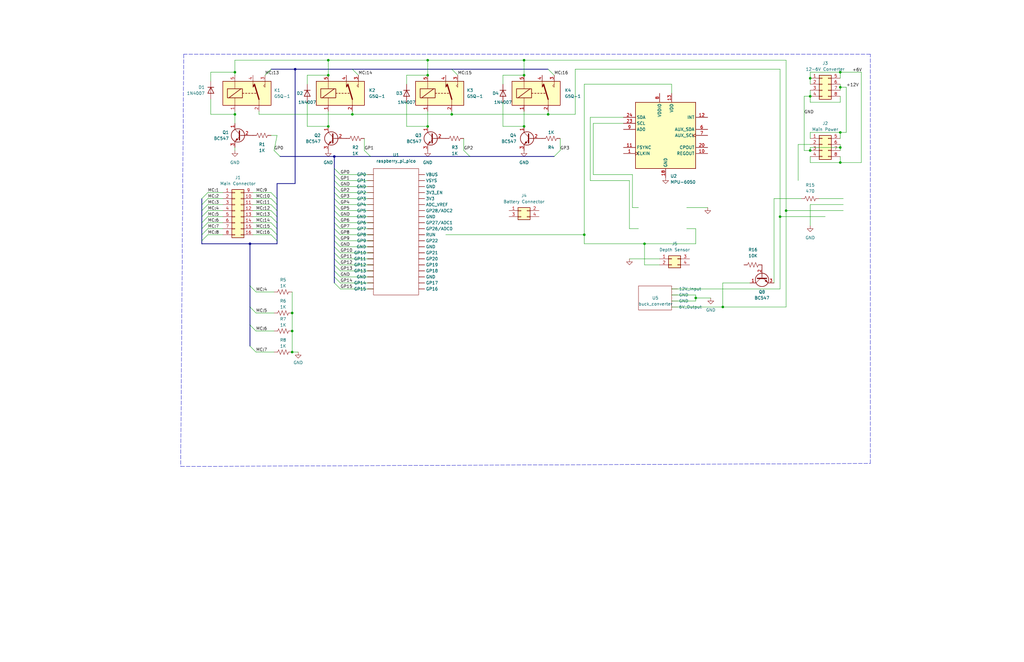
<source format=kicad_sch>
(kicad_sch (version 20211123) (generator eeschema)
  (paper "B")
  (lib_symbols
    (symbol "Connector_Generic:Conn_02x02_Odd_Even" (pin_names (offset 1.016) hide)
      (property "Reference" "J" (at 1.27 2.54 0))
      (property "Value" "Conn_02x02_Odd_Even" (at 1.27 -5.08 0))
      (symbol "Conn_02x02_Odd_Even_1_1"
        (rectangle (start -1.27 -2.413) (end 0 -2.667) (stroke (width 0.1524)))
        (rectangle (start -1.27 0.127) (end 0 -0.127) (stroke (width 0.1524)))
        (rectangle (start -1.27 1.27) (end 3.81 -3.81) (stroke (width 0.254)) (fill (type background)))
        (rectangle (start 3.81 -2.413) (end 2.54 -2.667) (stroke (width 0.1524)))
        (rectangle (start 3.81 0.127) (end 2.54 -0.127) (stroke (width 0.1524)))
        (pin passive line (at -5.08 0 0) (length 3.81) (name "Pin_1") (number "1"))
        (pin passive line (at 7.62 0 180) (length 3.81) (name "Pin_2") (number "2"))
        (pin passive line (at -5.08 -2.54 0) (length 3.81) (name "Pin_3") (number "3"))
        (pin passive line (at 7.62 -2.54 180) (length 3.81) (name "Pin_4") (number "4"))
      )
    )
    (symbol "Connector_Generic:Conn_02x02_Top_Bottom" (pin_names (offset 1.016) hide)
      (property "Reference" "J" (at 1.27 2.54 0))
      (property "Value" "Conn_02x02_Top_Bottom" (at 1.27 -5.08 0))
      (symbol "Conn_02x02_Top_Bottom_1_1"
        (rectangle (start -1.27 -2.413) (end 0 -2.667) (stroke (width 0.1524)))
        (rectangle (start -1.27 0.127) (end 0 -0.127) (stroke (width 0.1524)))
        (rectangle (start -1.27 1.27) (end 3.81 -3.81) (stroke (width 0.254)) (fill (type background)))
        (rectangle (start 3.81 -2.413) (end 2.54 -2.667) (stroke (width 0.1524)))
        (rectangle (start 3.81 0.127) (end 2.54 -0.127) (stroke (width 0.1524)))
        (pin passive line (at -5.08 0 0) (length 3.81) (name "Pin_1") (number "1"))
        (pin passive line (at -5.08 -2.54 0) (length 3.81) (name "Pin_2") (number "2"))
        (pin passive line (at 7.62 0 180) (length 3.81) (name "Pin_3") (number "3"))
        (pin passive line (at 7.62 -2.54 180) (length 3.81) (name "Pin_4") (number "4"))
      )
    )
    (symbol "Connector_Generic:Conn_02x04_Top_Bottom" (pin_names (offset 1.016) hide)
      (property "Reference" "J" (at 1.27 5.08 0))
      (property "Value" "Conn_02x04_Top_Bottom" (at 1.27 -7.62 0))
      (symbol "Conn_02x04_Top_Bottom_1_1"
        (rectangle (start -1.27 -4.953) (end 0 -5.207) (stroke (width 0.1524)))
        (rectangle (start -1.27 -2.413) (end 0 -2.667) (stroke (width 0.1524)))
        (rectangle (start -1.27 0.127) (end 0 -0.127) (stroke (width 0.1524)))
        (rectangle (start -1.27 2.667) (end 0 2.413) (stroke (width 0.1524)))
        (rectangle (start -1.27 3.81) (end 3.81 -6.35) (stroke (width 0.254)) (fill (type background)))
        (rectangle (start 3.81 -4.953) (end 2.54 -5.207) (stroke (width 0.1524)))
        (rectangle (start 3.81 -2.413) (end 2.54 -2.667) (stroke (width 0.1524)))
        (rectangle (start 3.81 0.127) (end 2.54 -0.127) (stroke (width 0.1524)))
        (rectangle (start 3.81 2.667) (end 2.54 2.413) (stroke (width 0.1524)))
        (pin passive line (at -5.08 2.54 0) (length 3.81) (name "Pin_1") (number "1"))
        (pin passive line (at -5.08 0 0) (length 3.81) (name "Pin_2") (number "2"))
        (pin passive line (at -5.08 -2.54 0) (length 3.81) (name "Pin_3") (number "3"))
        (pin passive line (at -5.08 -5.08 0) (length 3.81) (name "Pin_4") (number "4"))
        (pin passive line (at 7.62 2.54 180) (length 3.81) (name "Pin_5") (number "5"))
        (pin passive line (at 7.62 0 180) (length 3.81) (name "Pin_6") (number "6"))
        (pin passive line (at 7.62 -2.54 180) (length 3.81) (name "Pin_7") (number "7"))
        (pin passive line (at 7.62 -5.08 180) (length 3.81) (name "Pin_8") (number "8"))
      )
    )
    (symbol "Connector_Generic:Conn_02x08_Top_Bottom" (pin_names (offset 1.016) hide)
      (property "Reference" "J" (at 1.27 10.16 0))
      (property "Value" "Conn_02x08_Top_Bottom" (at 1.27 -12.7 0))
      (symbol "Conn_02x08_Top_Bottom_1_1"
        (rectangle (start -1.27 -10.033) (end 0 -10.287) (stroke (width 0.1524)))
        (rectangle (start -1.27 -7.493) (end 0 -7.747) (stroke (width 0.1524)))
        (rectangle (start -1.27 -4.953) (end 0 -5.207) (stroke (width 0.1524)))
        (rectangle (start -1.27 -2.413) (end 0 -2.667) (stroke (width 0.1524)))
        (rectangle (start -1.27 0.127) (end 0 -0.127) (stroke (width 0.1524)))
        (rectangle (start -1.27 2.667) (end 0 2.413) (stroke (width 0.1524)))
        (rectangle (start -1.27 5.207) (end 0 4.953) (stroke (width 0.1524)))
        (rectangle (start -1.27 7.747) (end 0 7.493) (stroke (width 0.1524)))
        (rectangle (start -1.27 8.89) (end 3.81 -11.43) (stroke (width 0.254)) (fill (type background)))
        (rectangle (start 3.81 -10.033) (end 2.54 -10.287) (stroke (width 0.1524)))
        (rectangle (start 3.81 -7.493) (end 2.54 -7.747) (stroke (width 0.1524)))
        (rectangle (start 3.81 -4.953) (end 2.54 -5.207) (stroke (width 0.1524)))
        (rectangle (start 3.81 -2.413) (end 2.54 -2.667) (stroke (width 0.1524)))
        (rectangle (start 3.81 0.127) (end 2.54 -0.127) (stroke (width 0.1524)))
        (rectangle (start 3.81 2.667) (end 2.54 2.413) (stroke (width 0.1524)))
        (rectangle (start 3.81 5.207) (end 2.54 4.953) (stroke (width 0.1524)))
        (rectangle (start 3.81 7.747) (end 2.54 7.493) (stroke (width 0.1524)))
        (pin passive line (at -5.08 7.62 0) (length 3.81) (name "Pin_1") (number "1"))
        (pin passive line (at 7.62 5.08 180) (length 3.81) (name "Pin_10") (number "10"))
        (pin passive line (at 7.62 2.54 180) (length 3.81) (name "Pin_11") (number "11"))
        (pin passive line (at 7.62 0 180) (length 3.81) (name "Pin_12") (number "12"))
        (pin passive line (at 7.62 -2.54 180) (length 3.81) (name "Pin_13") (number "13"))
        (pin passive line (at 7.62 -5.08 180) (length 3.81) (name "Pin_14") (number "14"))
        (pin passive line (at 7.62 -7.62 180) (length 3.81) (name "Pin_15") (number "15"))
        (pin passive line (at 7.62 -10.16 180) (length 3.81) (name "Pin_16") (number "16"))
        (pin passive line (at -5.08 5.08 0) (length 3.81) (name "Pin_2") (number "2"))
        (pin passive line (at -5.08 2.54 0) (length 3.81) (name "Pin_3") (number "3"))
        (pin passive line (at -5.08 0 0) (length 3.81) (name "Pin_4") (number "4"))
        (pin passive line (at -5.08 -2.54 0) (length 3.81) (name "Pin_5") (number "5"))
        (pin passive line (at -5.08 -5.08 0) (length 3.81) (name "Pin_6") (number "6"))
        (pin passive line (at -5.08 -7.62 0) (length 3.81) (name "Pin_7") (number "7"))
        (pin passive line (at -5.08 -10.16 0) (length 3.81) (name "Pin_8") (number "8"))
        (pin passive line (at 7.62 7.62 180) (length 3.81) (name "Pin_9") (number "9"))
      )
    )
    (symbol "Device:D" (pin_numbers hide) (pin_names (offset 1.016) hide)
      (property "Reference" "D" (at 0 2.54 0))
      (property "Value" "D" (at 0 -2.54 0))
      (symbol "D_0_1"
        (polyline (pts (xy -1.27 1.27) (xy -1.27 -1.27)) (stroke (width 0.254)))
        (polyline (pts (xy 1.27 0) (xy -1.27 0)))
        (polyline (pts (xy 1.27 1.27) (xy 1.27 -1.27) (xy -1.27 0) (xy 1.27 1.27)) (stroke (width 0.254)))
      )
      (symbol "D_1_1"
        (pin passive line (at -3.81 0 0) (length 2.54) (name "K") (number "1"))
        (pin passive line (at 3.81 0 180) (length 2.54) (name "A") (number "2"))
      )
    )
    (symbol "Device:R_US" (pin_numbers hide) (pin_names (offset 0))
      (property "Reference" "R" (at 2.54 0 90))
      (property "Value" "R_US" (at -2.54 0 90))
      (symbol "R_US_0_1"
        (polyline (pts (xy 0 -2.286) (xy 0 -2.54)))
        (polyline (pts (xy 0 2.286) (xy 0 2.54)))
        (polyline (pts (xy 0 -0.762) (xy 1.016 -1.143) (xy 0 -1.524) (xy -1.016 -1.905) (xy 0 -2.286)))
        (polyline (pts (xy 0 0.762) (xy 1.016 0.381) (xy 0 0) (xy -1.016 -0.381) (xy 0 -0.762)))
        (polyline (pts (xy 0 2.286) (xy 1.016 1.905) (xy 0 1.524) (xy -1.016 1.143) (xy 0 0.762)))
      )
      (symbol "R_US_1_1"
        (pin passive line (at 0 3.81 270) (length 1.27) (name "~") (number "1"))
        (pin passive line (at 0 -3.81 90) (length 1.27) (name "~") (number "2"))
      )
    )
    (symbol "Relay:G5Q-1"
      (property "Reference" "K" (at 11.43 3.81 0))
      (property "Value" "G5Q-1" (at 11.43 1.27 0))
      (symbol "G5Q-1_0_0"
        (polyline (pts (xy 7.62 5.08) (xy 7.62 2.54) (xy 6.985 3.175) (xy 7.62 3.81)))
      )
      (symbol "G5Q-1_0_1"
        (rectangle (start -10.16 5.08) (end 10.16 -5.08) (stroke (width 0.254)) (fill (type background)))
        (rectangle (start -8.255 1.905) (end -1.905 -1.905) (stroke (width 0.254)))
        (polyline (pts (xy -7.62 -1.905) (xy -2.54 1.905)) (stroke (width 0.254)))
        (polyline (pts (xy -5.08 -5.08) (xy -5.08 -1.905)))
        (polyline (pts (xy -5.08 5.08) (xy -5.08 1.905)))
        (polyline (pts (xy -1.905 0) (xy -1.27 0)) (stroke (width 0.254)))
        (polyline (pts (xy -0.635 0) (xy 0 0)) (stroke (width 0.254)))
        (polyline (pts (xy 0.635 0) (xy 1.27 0)) (stroke (width 0.254)))
        (polyline (pts (xy 1.905 0) (xy 2.54 0)) (stroke (width 0.254)))
        (polyline (pts (xy 3.175 0) (xy 3.81 0)) (stroke (width 0.254)))
        (polyline (pts (xy 5.08 -2.54) (xy 3.175 3.81)) (stroke (width 0.508)))
        (polyline (pts (xy 5.08 -2.54) (xy 5.08 -5.08)))
        (polyline (pts (xy 2.54 5.08) (xy 2.54 2.54) (xy 3.175 3.175) (xy 2.54 3.81)) (fill (type outline)))
      )
      (symbol "G5Q-1_1_1"
        (pin passive line (at -5.08 -7.62 90) (length 2.54) (name "~") (number "1"))
        (pin passive line (at 5.08 -7.62 90) (length 2.54) (name "~") (number "2"))
        (pin passive line (at 7.62 7.62 270) (length 2.54) (name "~") (number "3"))
        (pin passive line (at 2.54 7.62 270) (length 2.54) (name "~") (number "4"))
        (pin passive line (at -5.08 7.62 270) (length 2.54) (name "~") (number "5"))
      )
    )
    (symbol "Sensor_Motion:MPU-6050"
      (property "Reference" "U" (at -11.43 13.97 0))
      (property "Value" "MPU-6050" (at 7.62 -15.24 0))
      (symbol "MPU-6050_0_0"
        (text "" (at 12.7 -2.54 0) (effects (font (size 1.27 1.27))))
      )
      (symbol "MPU-6050_0_1"
        (rectangle (start -12.7 13.97) (end 12.7 -13.97) (stroke (width 0.254)) (fill (type background)))
      )
      (symbol "MPU-6050_1_1"
        (pin input clock (at -17.78 -7.62 0) (length 5.08) (name "CLKIN") (number "1"))
        (pin passive line (at 17.78 -7.62 180) (length 5.08) (name "REGOUT") (number "10"))
        (pin input line (at -17.78 -5.08 0) (length 5.08) (name "FSYNC") (number "11"))
        (pin output line (at 17.78 7.62 180) (length 5.08) (name "INT") (number "12"))
        (pin power_in line (at 2.54 17.78 270) (length 3.81) (name "VDD") (number "13"))
        (pin no_connect line (at -12.7 -10.16 0) (length 2.54) hide (name "NC") (number "14"))
        (pin no_connect line (at 12.7 12.7 180) (length 2.54) hide (name "NC") (number "15"))
        (pin no_connect line (at 12.7 10.16 180) (length 2.54) hide (name "NC") (number "16"))
        (pin no_connect line (at 12.7 5.08 180) (length 2.54) hide (name "NC") (number "17"))
        (pin power_in line (at 0 -17.78 90) (length 3.81) (name "GND") (number "18"))
        (pin no_connect line (at 12.7 -10.16 180) (length 2.54) hide (name "NC") (number "19"))
        (pin no_connect line (at -12.7 12.7 0) (length 2.54) hide (name "NC") (number "2"))
        (pin passive line (at 17.78 -5.08 180) (length 5.08) (name "CPOUT") (number "20"))
        (pin no_connect line (at 12.7 -2.54 180) (length 2.54) hide (name "NC") (number "21"))
        (pin no_connect line (at 12.7 -12.7 180) (length 2.54) hide (name "NC") (number "22"))
        (pin input line (at -17.78 5.08 0) (length 5.08) (name "SCL") (number "23"))
        (pin bidirectional line (at -17.78 7.62 0) (length 5.08) (name "SDA") (number "24"))
        (pin no_connect line (at -12.7 10.16 0) (length 2.54) hide (name "NC") (number "3"))
        (pin no_connect line (at -12.7 0 0) (length 2.54) hide (name "NC") (number "4"))
        (pin no_connect line (at -12.7 -2.54 0) (length 2.54) hide (name "NC") (number "5"))
        (pin bidirectional line (at 17.78 2.54 180) (length 5.08) (name "AUX_SDA") (number "6"))
        (pin output clock (at 17.78 0 180) (length 5.08) (name "AUX_SCL") (number "7"))
        (pin power_in line (at -2.54 17.78 270) (length 3.81) (name "VDDIO") (number "8"))
        (pin input line (at -17.78 2.54 0) (length 5.08) (name "AD0") (number "9"))
      )
    )
    (symbol "Transistor_BJT:BC547" (pin_names (offset 0) hide)
      (property "Reference" "Q" (at 5.08 1.905 0))
      (property "Value" "BC547" (at 5.08 0 0))
      (symbol "BC547_0_1"
        (polyline (pts (xy 0 0) (xy 0.635 0)))
        (polyline (pts (xy 0.635 0.635) (xy 2.54 2.54)))
        (polyline (pts (xy 0.635 -0.635) (xy 2.54 -2.54) (xy 2.54 -2.54)))
        (polyline (pts (xy 0.635 1.905) (xy 0.635 -1.905) (xy 0.635 -1.905)) (stroke (width 0.508)))
        (polyline (pts (xy 1.27 -1.778) (xy 1.778 -1.27) (xy 2.286 -2.286) (xy 1.27 -1.778) (xy 1.27 -1.778)) (fill (type outline)))
        (circle (center 1.27 0) (radius 2.8194) (stroke (width 0.254)))
      )
      (symbol "BC547_1_1"
        (pin passive line (at 2.54 5.08 270) (length 2.54) (name "C") (number "1"))
        (pin input line (at -5.08 0 0) (length 5.08) (name "B") (number "2"))
        (pin passive line (at 2.54 -5.08 90) (length 2.54) (name "E") (number "3"))
      )
    )
    (symbol "custom_parts:buck_converter"
      (property "Reference" "U" (at 0 0 0))
      (property "Value" "buck_converter" (at 0 0 0))
      (symbol "buck_converter_0_1"
        (rectangle (start -6.35 5.08) (end 7.62 -5.08))
      )
      (symbol "buck_converter_1_1"
        (pin input line (at -6.35 3.81 180) (length 2.54) (name "12V_Input") (number ""))
        (pin output line (at -6.35 -3.81 180) (length 2.54) (name "6V_Output") (number ""))
        (pin bidirectional line (at -6.35 -1.27 180) (length 2.54) (name "GND") (number ""))
        (pin bidirectional line (at -6.35 1.27 180) (length 2.54) (name "GND") (number ""))
      )
    )
    (symbol "custom_parts:raspberry_pi_pico" (pin_numbers hide)
      (property "Reference" "U1" (at -3.175 20.955 0))
      (property "Value" "raspberry_pi_pico" (at -3.175 18.415 0))
      (symbol "raspberry_pi_pico_0_1"
        (rectangle (start -12.7 15.24) (end 6.35 -38.1))
      )
      (symbol "raspberry_pi_pico_1_1"
        (pin bidirectional line (at -12.7 12.7 180) (length 2.54) (name "GP0") (number "1"))
        (pin bidirectional line (at -12.7 -10.16 180) (length 2.54) (name "GP7") (number "10"))
        (pin bidirectional line (at -12.7 -12.7 180) (length 2.54) (name "GP8") (number "11"))
        (pin bidirectional line (at -12.7 -15.24 180) (length 2.54) (name "GP9") (number "12"))
        (pin bidirectional line (at -12.7 -17.78 180) (length 2.54) (name "GND") (number "13"))
        (pin bidirectional line (at -12.7 -20.32 180) (length 2.54) (name "GP10") (number "14"))
        (pin bidirectional line (at -12.7 -22.86 180) (length 2.54) (name "GP11") (number "15"))
        (pin bidirectional line (at -12.7 -25.4 180) (length 2.54) (name "GP12") (number "16"))
        (pin bidirectional line (at -12.7 -27.94 180) (length 2.54) (name "GP13") (number "17"))
        (pin bidirectional line (at -12.7 -30.48 180) (length 2.54) (name "GND") (number "18"))
        (pin bidirectional line (at -12.7 -33.02 180) (length 2.54) (name "GP14") (number "19"))
        (pin bidirectional line (at -12.7 10.16 180) (length 2.54) (name "GP1") (number "2"))
        (pin bidirectional line (at -12.7 -35.56 180) (length 2.54) (name "GP15") (number "20"))
        (pin bidirectional line (at 6.35 -35.56 0) (length 2.54) (name "GP16") (number "21"))
        (pin bidirectional line (at 6.35 -33.02 0) (length 2.54) (name "GP17") (number "22"))
        (pin bidirectional line (at 6.35 -30.48 0) (length 2.54) (name "GND") (number "23"))
        (pin bidirectional line (at 6.35 -27.94 0) (length 2.54) (name "GP18") (number "24"))
        (pin bidirectional line (at 6.35 -25.4 0) (length 2.54) (name "GP19") (number "25"))
        (pin bidirectional line (at 6.35 -22.86 0) (length 2.54) (name "GP20") (number "26"))
        (pin bidirectional line (at 6.35 -20.32 0) (length 2.54) (name "GP21") (number "27"))
        (pin bidirectional line (at 6.35 -17.78 0) (length 2.54) (name "GND") (number "28"))
        (pin bidirectional line (at 6.35 -15.24 0) (length 2.54) (name "GP22") (number "29"))
        (pin bidirectional line (at -12.7 7.62 180) (length 2.54) (name "GND") (number "3"))
        (pin bidirectional line (at 6.35 -12.7 0) (length 2.54) (name "RUN") (number "30"))
        (pin bidirectional line (at 6.35 -10.16 0) (length 2.54) (name "GP26/ADC0") (number "31"))
        (pin bidirectional line (at 6.35 -7.62 0) (length 2.54) (name "GP27/ADC1") (number "32"))
        (pin bidirectional line (at 6.35 -5.08 0) (length 2.54) (name "GND") (number "33"))
        (pin bidirectional line (at 6.35 -2.54 0) (length 2.54) (name "GP28/ADC2") (number "34"))
        (pin output line (at 6.35 0 0) (length 2.54) (name "ADC_VREF") (number "35"))
        (pin output line (at 6.35 2.54 0) (length 2.54) (name "3V3") (number "36"))
        (pin bidirectional line (at 6.35 5.08 0) (length 2.54) (name "3V3_EN") (number "37"))
        (pin bidirectional line (at 6.35 7.62 0) (length 2.54) (name "GND") (number "38"))
        (pin bidirectional line (at 6.35 10.16 0) (length 2.54) (name "VSYS") (number "39"))
        (pin bidirectional line (at -12.7 5.08 180) (length 2.54) (name "GP2") (number "4"))
        (pin bidirectional line (at 6.35 12.7 0) (length 2.54) (name "VBUS") (number "40"))
        (pin bidirectional line (at -12.7 2.54 180) (length 2.54) (name "GP3") (number "5"))
        (pin bidirectional line (at -12.7 0 180) (length 2.54) (name "GP4") (number "6"))
        (pin bidirectional line (at -12.7 -2.54 180) (length 2.54) (name "GP5") (number "7"))
        (pin bidirectional line (at -12.7 -5.08 180) (length 2.54) (name "GND") (number "8"))
        (pin bidirectional line (at -12.7 -7.62 180) (length 2.54) (name "GP6") (number "9"))
      )
    )
    (symbol "power:GND" (power) (pin_names (offset 0))
      (property "Value" "GND" (at 0 -3.81 0))
      (symbol "GND_0_1"
        (polyline (pts (xy 0 0) (xy 0 -1.27) (xy 1.27 -1.27) (xy 0 -2.54) (xy -1.27 -1.27) (xy 0 -1.27)))
      )
      (symbol "GND_1_1"
        (pin power_in line (at 0 0 270) (length 0) hide (name "GND") (number "1"))
      )
    )
  )
  (junction (at 331.47 88.9))
  (junction (at 354.33 36.83))
  (junction (at 140.97 66.04))
  (junction (at 231.14 48.26))
  (junction (at 220.98 53.34))
  (junction (at 341.63 33.02))
  (junction (at 123.19 139.7))
  (junction (at 354.33 30.48))
  (junction (at 124.46 29.21))
  (junction (at 220.98 25.4))
  (junction (at 99.06 30.48))
  (junction (at 138.43 31.75))
  (junction (at 271.78 102.87))
  (junction (at 220.98 31.75))
  (junction (at 99.06 48.26))
  (junction (at 138.43 25.4))
  (junction (at 304.8 129.54))
  (junction (at 354.33 68.58))
  (junction (at 180.34 53.34))
  (junction (at 180.34 25.4))
  (junction (at 190.5 48.26))
  (junction (at 123.19 132.08))
  (junction (at 148.59 48.26))
  (junction (at 246.38 99.06))
  (junction (at 341.63 63.5))
  (junction (at 354.33 62.23))
  (junction (at 341.63 40.64))
  (junction (at 123.19 148.59))
  (junction (at 138.43 53.34))
  (junction (at 105.41 102.87))
  (junction (at 328.93 91.44))
  (junction (at 354.33 55.88))
  (junction (at 293.37 125.73))
  (junction (at 180.34 31.75))
  (bus_entry (at 195.58 63.5) (size 2.54 2.54))
  (bus_entry (at 114.3 99.06) (size 2.54 2.54))
  (bus_entry (at 140.97 104.14) (size 2.54 2.54))
  (bus_entry (at 85.09 96.52) (size 2.54 -2.54))
  (bus_entry (at 236.22 63.5) (size -2.54 2.54))
  (bus_entry (at 140.97 96.52) (size 2.54 2.54))
  (bus_entry (at 140.97 114.3) (size 2.54 2.54))
  (bus_entry (at 114.3 29.21) (size -2.54 2.54))
  (bus_entry (at 114.3 93.98) (size 2.54 2.54))
  (bus_entry (at 114.3 91.44) (size 2.54 2.54))
  (bus_entry (at 105.41 146.05) (size 2.54 2.54))
  (bus_entry (at 140.97 81.28) (size 2.54 2.54))
  (bus_entry (at 85.09 99.06) (size 2.54 -2.54))
  (bus_entry (at 114.3 96.52) (size 2.54 2.54))
  (bus_entry (at 85.09 88.9) (size 2.54 -2.54))
  (bus_entry (at 140.97 93.98) (size 2.54 2.54))
  (bus_entry (at 140.97 88.9) (size 2.54 2.54))
  (bus_entry (at 140.97 73.66) (size 2.54 2.54))
  (bus_entry (at 140.97 106.68) (size 2.54 2.54))
  (bus_entry (at 140.97 83.82) (size 2.54 2.54))
  (bus_entry (at 85.09 86.36) (size 2.54 -2.54))
  (bus_entry (at 105.41 129.54) (size 2.54 2.54))
  (bus_entry (at 114.3 81.28) (size 2.54 2.54))
  (bus_entry (at 148.59 29.21) (size 2.54 2.54))
  (bus_entry (at 140.97 76.2) (size 2.54 2.54))
  (bus_entry (at 85.09 101.6) (size 2.54 -2.54))
  (bus_entry (at 114.3 83.82) (size 2.54 2.54))
  (bus_entry (at 85.09 83.82) (size 2.54 -2.54))
  (bus_entry (at 140.97 99.06) (size 2.54 2.54))
  (bus_entry (at 153.67 63.5) (size 2.54 2.54))
  (bus_entry (at 140.97 86.36) (size 2.54 2.54))
  (bus_entry (at 85.09 93.98) (size 2.54 -2.54))
  (bus_entry (at 105.41 120.65) (size 2.54 2.54))
  (bus_entry (at 115.57 63.5) (size 2.54 2.54))
  (bus_entry (at 140.97 109.22) (size 2.54 2.54))
  (bus_entry (at 140.97 71.12) (size 2.54 2.54))
  (bus_entry (at 114.3 88.9) (size 2.54 2.54))
  (bus_entry (at 105.41 137.16) (size 2.54 2.54))
  (bus_entry (at 140.97 101.6) (size 2.54 2.54))
  (bus_entry (at 114.3 86.36) (size 2.54 2.54))
  (bus_entry (at 85.09 91.44) (size 2.54 -2.54))
  (bus_entry (at 140.97 78.74) (size 2.54 2.54))
  (bus_entry (at 140.97 91.44) (size 2.54 2.54))
  (bus_entry (at 231.14 29.21) (size 2.54 2.54))
  (bus_entry (at 140.97 116.84) (size 2.54 2.54))
  (bus_entry (at 140.97 111.76) (size 2.54 2.54))
  (bus_entry (at 190.5 29.21) (size 2.54 2.54))
  (bus_entry (at 140.97 119.38) (size 2.54 2.54))
  (wire (pts (xy 354.33 36.83) (xy 354.33 38.1)))
  (wire (pts (xy 143.51 96.52) (xy 157.48 96.52)))
  (wire (pts (xy 355.6 86.36) (xy 341.63 86.36)))
  (wire (pts (xy 123.19 148.59) (xy 125.73 148.59)))
  (wire (pts (xy 220.98 31.75) (xy 212.09 31.75)))
  (wire (pts (xy 289.56 87.63) (xy 298.45 87.63)))
  (wire (pts (xy 248.92 76.2) (xy 248.92 49.53)))
  (wire (pts (xy 99.06 46.99) (xy 99.06 48.26)))
  (wire (pts (xy 341.63 33.02) (xy 341.63 35.56)))
  (wire (pts (xy 341.63 68.58) (xy 354.33 68.58)))
  (wire (pts (xy 354.33 30.48) (xy 363.22 30.48)))
  (wire (pts (xy 143.51 93.98) (xy 157.48 93.98)))
  (bus (pts (xy 140.97 71.12) (xy 140.97 73.66)))
  (wire (pts (xy 271.78 111.76) (xy 278.13 111.76)))
  (wire (pts (xy 356.87 55.88) (xy 354.33 55.88)))
  (wire (pts (xy 129.54 31.75) (xy 129.54 35.56)))
  (bus (pts (xy 116.84 101.6) (xy 116.84 102.87)))
  (bus (pts (xy 85.09 91.44) (xy 85.09 93.98)))
  (wire (pts (xy 143.51 104.14) (xy 157.48 104.14)))
  (wire (pts (xy 143.51 114.3) (xy 157.48 114.3)))
  (bus (pts (xy 124.46 29.21) (xy 124.46 77.47)))
  (wire (pts (xy 106.68 91.44) (xy 114.3 91.44)))
  (bus (pts (xy 85.09 99.06) (xy 85.09 101.6)))
  (wire (pts (xy 190.5 48.26) (xy 190.5 46.99)))
  (wire (pts (xy 341.63 33.02) (xy 341.63 30.48)))
  (wire (pts (xy 220.98 25.4) (xy 220.98 31.75)))
  (bus (pts (xy 116.84 77.47) (xy 116.84 83.82)))
  (wire (pts (xy 266.7 87.63) (xy 269.24 87.63)))
  (wire (pts (xy 354.33 68.58) (xy 363.22 68.58)))
  (wire (pts (xy 88.9 48.26) (xy 99.06 48.26)))
  (wire (pts (xy 316.23 119.38) (xy 304.8 119.38)))
  (bus (pts (xy 116.84 86.36) (xy 116.84 88.9)))
  (bus (pts (xy 140.97 83.82) (xy 140.97 86.36)))
  (wire (pts (xy 341.63 63.5) (xy 339.09 63.5)))
  (bus (pts (xy 140.97 104.14) (xy 140.97 106.68)))
  (bus (pts (xy 140.97 101.6) (xy 140.97 104.14)))
  (wire (pts (xy 106.68 83.82) (xy 114.3 83.82)))
  (wire (pts (xy 341.63 30.48) (xy 354.33 30.48)))
  (wire (pts (xy 107.95 148.59) (xy 115.57 148.59)))
  (bus (pts (xy 116.84 88.9) (xy 116.84 91.44)))
  (bus (pts (xy 85.09 96.52) (xy 85.09 99.06)))
  (wire (pts (xy 107.95 139.7) (xy 115.57 139.7)))
  (wire (pts (xy 354.33 62.23) (xy 341.63 62.23)))
  (wire (pts (xy 143.51 81.28) (xy 157.48 81.28)))
  (wire (pts (xy 283.21 35.56) (xy 283.21 39.37)))
  (wire (pts (xy 143.51 109.22) (xy 157.48 109.22)))
  (wire (pts (xy 123.19 132.08) (xy 123.19 139.7)))
  (wire (pts (xy 271.78 102.87) (xy 271.78 111.76)))
  (wire (pts (xy 339.09 63.5) (xy 339.09 40.64)))
  (wire (pts (xy 87.63 83.82) (xy 93.98 83.82)))
  (wire (pts (xy 148.59 48.26) (xy 148.59 46.99)))
  (wire (pts (xy 99.06 25.4) (xy 99.06 30.48)))
  (wire (pts (xy 87.63 91.44) (xy 93.98 91.44)))
  (polyline (pts (xy 367.03 22.86) (xy 77.47 22.86)))
  (bus (pts (xy 116.84 91.44) (xy 116.84 93.98)))
  (bus (pts (xy 85.09 83.82) (xy 85.09 86.36)))
  (wire (pts (xy 180.34 53.34) (xy 180.34 46.99)))
  (wire (pts (xy 143.51 78.74) (xy 157.48 78.74)))
  (wire (pts (xy 129.54 43.18) (xy 129.54 53.34)))
  (wire (pts (xy 236.22 58.42) (xy 236.22 63.5)))
  (wire (pts (xy 195.58 58.42) (xy 195.58 63.5)))
  (wire (pts (xy 341.63 62.23) (xy 341.63 63.5)))
  (wire (pts (xy 220.98 53.34) (xy 220.98 46.99)))
  (bus (pts (xy 124.46 29.21) (xy 148.59 29.21)))
  (wire (pts (xy 326.39 119.38) (xy 326.39 83.82)))
  (wire (pts (xy 231.14 48.26) (xy 242.57 48.26)))
  (bus (pts (xy 105.41 129.54) (xy 105.41 137.16)))
  (wire (pts (xy 212.09 43.18) (xy 212.09 53.34)))
  (wire (pts (xy 363.22 30.48) (xy 363.22 68.58)))
  (wire (pts (xy 354.33 30.48) (xy 354.33 33.02)))
  (wire (pts (xy 354.33 43.18) (xy 354.33 40.64)))
  (wire (pts (xy 246.38 35.56) (xy 283.21 35.56)))
  (bus (pts (xy 118.11 66.04) (xy 140.97 66.04)))
  (bus (pts (xy 140.97 114.3) (xy 140.97 116.84)))
  (wire (pts (xy 231.14 48.26) (xy 231.14 46.99)))
  (wire (pts (xy 328.93 91.44) (xy 328.93 121.92)))
  (bus (pts (xy 114.3 29.21) (xy 124.46 29.21)))
  (bus (pts (xy 140.97 86.36) (xy 140.97 88.9)))
  (wire (pts (xy 293.37 96.52) (xy 293.37 102.87)))
  (bus (pts (xy 140.97 96.52) (xy 140.97 99.06)))
  (wire (pts (xy 88.9 41.91) (xy 88.9 48.26)))
  (wire (pts (xy 341.63 58.42) (xy 341.63 55.88)))
  (wire (pts (xy 354.33 60.96) (xy 354.33 62.23)))
  (wire (pts (xy 187.96 99.06) (xy 246.38 99.06)))
  (wire (pts (xy 143.51 116.84) (xy 157.48 116.84)))
  (wire (pts (xy 266.7 73.66) (xy 266.7 87.63)))
  (wire (pts (xy 143.51 111.76) (xy 157.48 111.76)))
  (wire (pts (xy 106.68 93.98) (xy 114.3 93.98)))
  (bus (pts (xy 140.97 66.04) (xy 140.97 71.12)))
  (wire (pts (xy 246.38 102.87) (xy 246.38 99.06)))
  (wire (pts (xy 289.56 96.52) (xy 293.37 96.52)))
  (wire (pts (xy 212.09 53.34) (xy 220.98 53.34)))
  (wire (pts (xy 138.43 25.4) (xy 138.43 31.75)))
  (wire (pts (xy 336.55 60.96) (xy 336.55 76.2)))
  (wire (pts (xy 87.63 93.98) (xy 93.98 93.98)))
  (wire (pts (xy 106.68 99.06) (xy 114.3 99.06)))
  (wire (pts (xy 283.21 121.92) (xy 328.93 121.92)))
  (wire (pts (xy 143.51 106.68) (xy 157.48 106.68)))
  (bus (pts (xy 140.97 116.84) (xy 140.97 119.38)))
  (wire (pts (xy 341.63 40.64) (xy 341.63 43.18)))
  (wire (pts (xy 106.68 96.52) (xy 114.3 96.52)))
  (wire (pts (xy 250.19 52.07) (xy 262.89 52.07)))
  (wire (pts (xy 123.19 123.19) (xy 123.19 132.08)))
  (bus (pts (xy 85.09 88.9) (xy 85.09 91.44)))
  (wire (pts (xy 143.51 76.2) (xy 157.48 76.2)))
  (wire (pts (xy 87.63 99.06) (xy 93.98 99.06)))
  (wire (pts (xy 212.09 31.75) (xy 212.09 35.56)))
  (wire (pts (xy 331.47 25.4) (xy 331.47 88.9)))
  (bus (pts (xy 105.41 102.87) (xy 105.41 120.65)))
  (wire (pts (xy 326.39 83.82) (xy 337.82 83.82)))
  (wire (pts (xy 293.37 124.46) (xy 293.37 125.73)))
  (wire (pts (xy 341.63 43.18) (xy 354.33 43.18)))
  (wire (pts (xy 143.51 83.82) (xy 157.48 83.82)))
  (wire (pts (xy 143.51 91.44) (xy 157.48 91.44)))
  (wire (pts (xy 99.06 25.4) (xy 138.43 25.4)))
  (wire (pts (xy 153.67 58.42) (xy 153.67 63.5)))
  (wire (pts (xy 293.37 102.87) (xy 271.78 102.87)))
  (bus (pts (xy 124.46 77.47) (xy 116.84 77.47)))
  (wire (pts (xy 250.19 73.66) (xy 266.7 73.66)))
  (wire (pts (xy 304.8 119.38) (xy 304.8 129.54)))
  (wire (pts (xy 220.98 25.4) (xy 331.47 25.4)))
  (wire (pts (xy 328.93 29.21) (xy 328.93 91.44)))
  (wire (pts (xy 129.54 53.34) (xy 138.43 53.34)))
  (wire (pts (xy 88.9 34.29) (xy 88.9 30.48)))
  (bus (pts (xy 140.97 99.06) (xy 140.97 101.6)))
  (wire (pts (xy 143.51 86.36) (xy 157.48 86.36)))
  (wire (pts (xy 106.68 88.9) (xy 114.3 88.9)))
  (bus (pts (xy 140.97 66.04) (xy 156.21 66.04)))
  (bus (pts (xy 140.97 78.74) (xy 140.97 81.28)))
  (wire (pts (xy 356.87 36.83) (xy 356.87 55.88)))
  (wire (pts (xy 99.06 30.48) (xy 99.06 31.75)))
  (bus (pts (xy 156.21 66.04) (xy 198.12 66.04)))
  (wire (pts (xy 248.92 49.53) (xy 262.89 49.53)))
  (wire (pts (xy 180.34 25.4) (xy 220.98 25.4)))
  (wire (pts (xy 171.45 53.34) (xy 180.34 53.34)))
  (wire (pts (xy 171.45 31.75) (xy 180.34 31.75)))
  (wire (pts (xy 354.33 68.58) (xy 354.33 66.04)))
  (wire (pts (xy 341.63 60.96) (xy 336.55 60.96)))
  (wire (pts (xy 180.34 25.4) (xy 180.34 31.75)))
  (wire (pts (xy 143.51 88.9) (xy 157.48 88.9)))
  (wire (pts (xy 106.68 81.28) (xy 114.3 81.28)))
  (bus (pts (xy 105.41 102.87) (xy 116.84 102.87)))
  (wire (pts (xy 345.44 83.82) (xy 355.6 83.82)))
  (bus (pts (xy 85.09 102.87) (xy 105.41 102.87)))
  (wire (pts (xy 116.84 57.15) (xy 115.57 63.5)))
  (wire (pts (xy 138.43 25.4) (xy 180.34 25.4)))
  (wire (pts (xy 171.45 43.18) (xy 171.45 53.34)))
  (bus (pts (xy 85.09 86.36) (xy 85.09 88.9)))
  (wire (pts (xy 148.59 48.26) (xy 190.5 48.26)))
  (wire (pts (xy 341.63 55.88) (xy 354.33 55.88)))
  (bus (pts (xy 85.09 101.6) (xy 85.09 102.87)))
  (wire (pts (xy 109.22 46.99) (xy 109.22 48.26)))
  (wire (pts (xy 354.33 55.88) (xy 354.33 58.42)))
  (wire (pts (xy 339.09 40.64) (xy 341.63 40.64)))
  (bus (pts (xy 105.41 120.65) (xy 105.41 129.54)))
  (bus (pts (xy 105.41 137.16) (xy 105.41 146.05)))
  (wire (pts (xy 331.47 88.9) (xy 331.47 129.54)))
  (wire (pts (xy 171.45 35.56) (xy 171.45 31.75)))
  (wire (pts (xy 250.19 73.66) (xy 250.19 52.07)))
  (wire (pts (xy 87.63 96.52) (xy 93.98 96.52)))
  (wire (pts (xy 87.63 81.28) (xy 93.98 81.28)))
  (wire (pts (xy 107.95 123.19) (xy 115.57 123.19)))
  (bus (pts (xy 140.97 106.68) (xy 140.97 109.22)))
  (wire (pts (xy 293.37 127) (xy 283.21 127)))
  (wire (pts (xy 138.43 53.34) (xy 138.43 46.99)))
  (wire (pts (xy 242.57 48.26) (xy 242.57 29.21)))
  (wire (pts (xy 143.51 121.92) (xy 157.48 121.92)))
  (bus (pts (xy 116.84 93.98) (xy 116.84 96.52)))
  (wire (pts (xy 143.51 99.06) (xy 157.48 99.06)))
  (bus (pts (xy 140.97 109.22) (xy 140.97 111.76)))
  (wire (pts (xy 99.06 62.23) (xy 99.06 63.5)))
  (bus (pts (xy 116.84 83.82) (xy 116.84 86.36)))
  (wire (pts (xy 99.06 48.26) (xy 99.06 52.07)))
  (polyline (pts (xy 367.03 195.58) (xy 367.03 22.86)))
  (wire (pts (xy 299.72 125.73) (xy 293.37 125.73)))
  (polyline (pts (xy 77.47 22.86) (xy 76.2 196.85)))
  (bus (pts (xy 190.5 29.21) (xy 231.14 29.21)))
  (wire (pts (xy 246.38 99.06) (xy 246.38 35.56)))
  (wire (pts (xy 341.63 66.04) (xy 341.63 68.58)))
  (wire (pts (xy 354.33 35.56) (xy 354.33 36.83)))
  (wire (pts (xy 265.43 76.2) (xy 265.43 96.52)))
  (wire (pts (xy 143.51 73.66) (xy 157.48 73.66)))
  (wire (pts (xy 347.98 91.44) (xy 328.93 91.44)))
  (wire (pts (xy 87.63 88.9) (xy 93.98 88.9)))
  (bus (pts (xy 140.97 73.66) (xy 140.97 76.2)))
  (wire (pts (xy 304.8 129.54) (xy 331.47 129.54)))
  (wire (pts (xy 293.37 125.73) (xy 293.37 127)))
  (wire (pts (xy 248.92 76.2) (xy 265.43 76.2)))
  (wire (pts (xy 116.84 57.15) (xy 114.3 57.15)))
  (wire (pts (xy 109.22 48.26) (xy 148.59 48.26)))
  (wire (pts (xy 123.19 139.7) (xy 123.19 148.59)))
  (bus (pts (xy 116.84 96.52) (xy 116.84 99.06)))
  (wire (pts (xy 265.43 109.22) (xy 278.13 109.22)))
  (wire (pts (xy 341.63 38.1) (xy 341.63 40.64)))
  (wire (pts (xy 355.6 88.9) (xy 331.47 88.9)))
  (polyline (pts (xy 76.2 196.85) (xy 367.03 195.58)))
  (bus (pts (xy 148.59 29.21) (xy 190.5 29.21)))
  (bus (pts (xy 140.97 91.44) (xy 140.97 93.98)))
  (wire (pts (xy 265.43 96.52) (xy 269.24 96.52)))
  (wire (pts (xy 143.51 119.38) (xy 157.48 119.38)))
  (wire (pts (xy 242.57 29.21) (xy 328.93 29.21)))
  (bus (pts (xy 140.97 76.2) (xy 140.97 78.74)))
  (wire (pts (xy 88.9 30.48) (xy 99.06 30.48)))
  (wire (pts (xy 354.33 62.23) (xy 354.33 63.5)))
  (bus (pts (xy 198.12 66.04) (xy 233.68 66.04)))
  (wire (pts (xy 106.68 86.36) (xy 114.3 86.36)))
  (bus (pts (xy 116.84 99.06) (xy 116.84 101.6)))
  (bus (pts (xy 140.97 111.76) (xy 140.97 114.3)))
  (wire (pts (xy 341.63 86.36) (xy 341.63 95.25)))
  (wire (pts (xy 283.21 124.46) (xy 293.37 124.46)))
  (wire (pts (xy 283.21 129.54) (xy 304.8 129.54)))
  (wire (pts (xy 138.43 31.75) (xy 129.54 31.75)))
  (bus (pts (xy 140.97 88.9) (xy 140.97 91.44)))
  (wire (pts (xy 87.63 86.36) (xy 93.98 86.36)))
  (wire (pts (xy 190.5 48.26) (xy 231.14 48.26)))
  (wire (pts (xy 143.51 101.6) (xy 157.48 101.6)))
  (bus (pts (xy 85.09 93.98) (xy 85.09 96.52)))
  (wire (pts (xy 271.78 102.87) (xy 246.38 102.87)))
  (bus (pts (xy 140.97 81.28) (xy 140.97 83.82)))
  (wire (pts (xy 107.95 132.08) (xy 115.57 132.08)))
  (bus (pts (xy 140.97 93.98) (xy 140.97 96.52)))
  (wire (pts (xy 354.33 36.83) (xy 356.87 36.83)))
  (label "GP0" (at 115.57 63.5 0))
  (label "+6V" (at 359.41 30.48 0))
  (label "MC:13" (at 111.76 31.75 0))
  (label "GP12" (at 143.51 111.76 0))
  (label "GP15" (at 143.51 121.92 0))
  (label "MC:16" (at 107.95 99.06 0))
  (label "MC:13" (at 107.95 91.44 0))
  (label "MC:14" (at 151.13 31.75 0))
  (label "MC:4" (at 107.95 123.19 0))
  (label "GP1" (at 153.67 63.5 0))
  (label "GP8" (at 143.51 99.06 0))
  (label "MC:14" (at 107.95 93.98 0))
  (label "MC:15" (at 107.95 96.52 0))
  (label "GND" (at 143.51 91.44 0))
  (label "MC:6" (at 87.63 93.98 0))
  (label "GP9" (at 143.51 101.6 0))
  (label "GND" (at 339.09 48.26 0))
  (label "GP11" (at 143.51 109.22 0))
  (label "GP7" (at 143.51 96.52 0))
  (label "GP6" (at 143.51 93.98 0))
  (label "GND" (at 143.51 78.74 0))
  (label "GP10" (at 143.51 106.68 0))
  (label "MC:16" (at 233.68 31.75 0))
  (label "GP3" (at 143.51 83.82 0))
  (label "MC:5" (at 107.95 132.08 0))
  (label "GP1" (at 143.51 76.2 0))
  (label "MC:1" (at 87.63 81.28 0))
  (label "MC:12" (at 107.95 88.9 0))
  (label "MC:2" (at 87.63 83.82 0))
  (label "GP4" (at 143.51 86.36 0))
  (label "GP3" (at 236.22 63.5 0))
  (label "MC:7" (at 87.63 96.52 0))
  (label "MC:5" (at 87.63 91.44 0))
  (label "GP0" (at 143.51 73.66 0))
  (label "GP5" (at 143.51 88.9 0))
  (label "GND" (at 143.51 116.84 0))
  (label "GP14" (at 143.51 119.38 0))
  (label "MC:3" (at 87.63 86.36 0))
  (label "GP13" (at 143.51 114.3 0))
  (label "GP2" (at 143.51 81.28 0))
  (label "MC:15" (at 193.04 31.75 0))
  (label "MC:9" (at 107.95 81.28 0))
  (label "MC:11" (at 107.95 86.36 0))
  (label "+12V" (at 356.87 36.83 0))
  (label "GND" (at 143.51 104.14 0))
  (label "MC:10" (at 107.95 83.82 0))
  (label "MC:6" (at 107.95 139.7 0))
  (label "GP2" (at 195.58 63.5 0))
  (label "MC:4" (at 87.63 88.9 0))
  (label "MC:7" (at 107.95 148.59 0))
  (label "MC:8" (at 87.63 99.06 0))
  (symbol (lib_id "Device:R_US") (at 110.49 57.15 90) (unit 1)
    (property "Reference" "R1" (at 110.49 60.96 90))
    (property "Value" "1K" (at 110.49 63.5 90))
  )
  (symbol (lib_id "Transistor_BJT:BC547") (at 101.6 57.15 0) (mirror y) (unit 1)
    (property "Reference" "Q1" (at 96.52 55.8799 0) (effects (justify left)))
    (property "Value" "BC547" (at 96.52 58.4199 0) (effects (justify left)))
    (property "Footprint" "Package_TO_SOT_THT:TO-92_Inline" (effects hide))
    (property "Datasheet" "https://www.onsemi.com/pub/Collateral/BC550-D.pdf" (effects hide))
  )
  (symbol (lib_id "Device:R_US") (at 119.38 123.19 270) (unit 1)
    (property "Reference" "R5" (at 119.38 118.11 90))
    (property "Value" "1K" (at 119.38 120.65 90))
    (property "Footprint" "Resistor_THT:R_Axial_DIN0207_L6.3mm_D2.5mm_P10.16mm_Horizontal" (effects hide))
  )
  (symbol (lib_id "power:GND") (at 180.34 63.5 0) (unit 1)
    (property "Reference" "#PWR07" (effects hide))
    (property "Value" "GND" (at 180.34 68.58 0))
  )
  (symbol (lib_id "Sensor_Motion:MPU-6050") (at 280.67 57.15 0) (unit 1)
    (property "Reference" "U2" (at 282.6894 74.295 0) (effects (justify left)))
    (property "Value" "MPU-6050" (at 282.6894 76.835 0) (effects (justify left)))
    (property "Footprint" "custom_footprints:mpu6050" (effects hide))
    (property "Datasheet" "https://store.invensense.com/datasheets/invensense/MPU-6050_DataSheet_V3%204.pdf" (effects hide))
  )
  (symbol (lib_id "Device:D") (at 88.9 38.1 270) (unit 1)
    (property "Reference" "D1" (at 86.36 36.8299 90) (effects (justify right)))
    (property "Value" "1N4007" (at 86.36 39.3699 90) (effects (justify right)))
    (property "Footprint" "Diode_THT:D_DO-41_SOD81_P12.70mm_Horizontal" (effects hide))
  )
  (symbol (lib_id "Device:R_US") (at 119.38 132.08 270) (unit 1)
    (property "Reference" "R6" (at 119.38 127 90))
    (property "Value" "1K" (at 119.38 129.54 90))
    (property "Footprint" "Resistor_THT:R_Axial_DIN0207_L6.3mm_D2.5mm_P10.16mm_Horizontal" (effects hide))
  )
  (symbol (lib_id "power:GND") (at 99.06 63.5 0) (unit 1)
    (property "Reference" "#PWR05" (effects hide))
    (property "Value" "GND" (at 99.06 68.58 0))
  )
  (symbol (lib_id "power:GND") (at 298.45 87.63 0) (unit 1)
    (property "Reference" "#PWR011" (effects hide))
    (property "Value" "GND" (effects hide))
  )
  (symbol (lib_id "Device:R_US") (at 119.38 139.7 270) (unit 1)
    (property "Reference" "R7" (at 119.38 134.62 90))
    (property "Value" "1K" (at 119.38 137.16 90))
    (property "Footprint" "Resistor_THT:R_Axial_DIN0207_L6.3mm_D2.5mm_P10.16mm_Horizontal" (effects hide))
  )
  (symbol (lib_id "Transistor_BJT:BC547") (at 223.52 58.42 0) (mirror y) (unit 1)
    (property "Reference" "Q4" (at 217.805 57.1499 0) (effects (justify left)))
    (property "Value" "BC547" (at 217.805 59.6899 0) (effects (justify left)))
    (property "Footprint" "Package_TO_SOT_THT:TO-92_Inline" (effects hide))
    (property "Datasheet" "https://www.onsemi.com/pub/Collateral/BC550-D.pdf" (effects hide))
  )
  (symbol (lib_id "Device:D") (at 171.45 39.37 270) (unit 1)
    (property "Reference" "D3" (at 167.005 39.37 90) (effects (justify left)))
    (property "Value" "1N4007" (at 167.64 43.18 90) (effects (justify left)))
    (property "Footprint" "Diode_THT:D_DO-41_SOD81_P12.70mm_Horizontal" (effects hide))
  )
  (symbol (lib_id "Connector_Generic:Conn_02x04_Top_Bottom") (at 346.71 60.96 0) (unit 1)
    (property "Reference" "J2" (at 347.98 52.07 0))
    (property "Value" "Main Power" (at 347.98 54.61 0))
    (property "Footprint" "Connector_Molex:Molex_Mini-Fit_Jr_5569-08A2_2x04_P4.20mm_Horizontal" (effects hide))
  )
  (symbol (lib_id "Device:R_US") (at 119.38 148.59 270) (unit 1)
    (property "Reference" "R8" (at 119.38 143.51 90))
    (property "Value" "1K" (at 119.38 146.05 90))
    (property "Footprint" "Resistor_THT:R_Axial_DIN0207_L6.3mm_D2.5mm_P10.16mm_Horizontal" (effects hide))
  )
  (symbol (lib_id "Transistor_BJT:BC547") (at 321.31 116.84 90) (mirror x) (unit 1)
    (property "Reference" "Q8" (at 321.31 123.19 90))
    (property "Value" "BC547" (at 321.31 125.73 90))
    (property "Footprint" "Package_TO_SOT_THT:TO-92_Inline" (effects hide))
    (property "Datasheet" "https://www.onsemi.com/pub/Collateral/BC550-D.pdf" (effects hide))
  )
  (symbol (lib_id "Device:D") (at 212.09 39.37 270) (unit 1)
    (property "Reference" "D4" (at 207.645 39.37 90) (effects (justify left)))
    (property "Value" "1N4007" (at 208.28 43.18 90) (effects (justify left)))
    (property "Footprint" "Diode_THT:D_DO-41_SOD81_P12.70mm_Horizontal" (effects hide))
  )
  (symbol (lib_id "Device:R_US") (at 317.5 111.76 90) (unit 1)
    (property "Reference" "R16" (at 317.5 105.41 90))
    (property "Value" "10K" (at 317.5 107.95 90))
    (property "Footprint" "Resistor_THT:R_Axial_DIN0207_L6.3mm_D2.5mm_P10.16mm_Horizontal" (effects hide))
  )
  (symbol (lib_id "power:GND") (at 125.73 148.59 0) (unit 1)
    (property "Reference" "#PWR019" (effects hide))
    (property "Value" "GND" (at 125.73 153.035 0))
  )
  (symbol (lib_id "power:GND") (at 265.43 109.22 0) (unit 1)
    (property "Reference" "#PWR0101" (effects hide))
    (property "Value" "GND" (effects hide))
  )
  (symbol (lib_id "custom_parts:buck_converter") (at 276.86 125.73 0) (mirror y) (unit 1)
    (property "Reference" "U5" (at 274.955 125.73 0) (effects (justify right)))
    (property "Value" "buck_converter" (at 269.24 128.27 0) (effects (justify right)))
  )
  (symbol (lib_id "Device:R_US") (at 341.63 83.82 90) (unit 1)
    (property "Reference" "R15" (at 341.63 78.105 90))
    (property "Value" "470" (at 341.63 80.645 90))
    (property "Footprint" "Resistor_THT:R_Axial_DIN0207_L6.3mm_D2.5mm_P10.16mm_Horizontal" (effects hide))
  )
  (symbol (lib_id "Connector_Generic:Conn_02x02_Top_Bottom") (at 283.21 109.22 0) (unit 1)
    (property "Reference" "J5" (at 284.48 102.87 0))
    (property "Value" "Depth Sensor" (at 284.48 105.41 0))
  )
  (symbol (lib_id "power:GND") (at 299.72 125.73 0) (mirror y) (unit 1)
    (property "Reference" "#PWR016" (effects hide))
    (property "Value" "GND" (at 299.72 130.81 0))
  )
  (symbol (lib_id "Transistor_BJT:BC547") (at 182.88 58.42 0) (mirror y) (unit 1)
    (property "Reference" "Q3" (at 177.8 57.1499 0) (effects (justify left)))
    (property "Value" "BC547" (at 177.8 59.6899 0) (effects (justify left)))
    (property "Footprint" "Package_TO_SOT_THT:TO-92_Inline" (effects hide))
    (property "Datasheet" "https://www.onsemi.com/pub/Collateral/BC550-D.pdf" (effects hide))
  )
  (symbol (lib_id "power:GND") (at 280.67 74.93 0) (unit 1)
    (property "Reference" "#PWR09" (effects hide))
    (property "Value" "GND" (effects hide))
  )
  (symbol (lib_id "Relay:G5Q-1") (at 143.51 39.37 0) (unit 1)
    (property "Reference" "K2" (at 155.575 38.0999 0) (effects (justify left)))
    (property "Value" "G5Q-1" (at 155.575 40.6399 0) (effects (justify left)))
    (property "Footprint" "Relay_THT:Relay_SPDT_Omron-G5Q-1" (effects hide))
    (property "Datasheet" "https://www.omron.com/ecb/products/pdf/en-g5q.pdf" (effects hide))
  )
  (symbol (lib_id "Connector_Generic:Conn_02x02_Odd_Even") (at 219.71 88.9 0) (unit 1)
    (property "Reference" "J4" (at 220.98 82.55 0))
    (property "Value" "Battery Connector" (at 220.98 85.09 0))
    (property "Footprint" "Connector_Molex:Molex_Mini-Fit_Jr_5569-04A2_2x02_P4.20mm_Horizontal" (effects hide))
  )
  (symbol (lib_id "Connector_Generic:Conn_02x08_Top_Bottom") (at 99.06 88.9 0) (unit 1)
    (property "Reference" "J1" (at 100.33 74.93 0))
    (property "Value" "Main Connector" (at 100.33 77.47 0))
    (property "Footprint" "Connector_Molex:Molex_Mini-Fit_Jr_5569-16A2_2x08_P4.20mm_Horizontal" (effects hide))
  )
  (symbol (lib_id "power:GND") (at 220.98 63.5 0) (unit 1)
    (property "Reference" "#PWR08" (effects hide))
    (property "Value" "GND" (at 220.98 68.58 0))
  )
  (symbol (lib_id "Device:D") (at 129.54 39.37 270) (unit 1)
    (property "Reference" "D2" (at 125.095 39.37 90) (effects (justify left)))
    (property "Value" "1N4007" (at 125.73 43.18 90) (effects (justify left)))
    (property "Footprint" "Diode_THT:D_DO-41_SOD81_P12.70mm_Horizontal" (effects hide))
  )
  (symbol (lib_id "Transistor_BJT:BC547") (at 140.97 58.42 0) (mirror y) (unit 1)
    (property "Reference" "Q2" (at 135.255 57.1499 0) (effects (justify left)))
    (property "Value" "BC547" (at 135.255 59.6899 0) (effects (justify left)))
    (property "Footprint" "Package_TO_SOT_THT:TO-92_Inline" (effects hide))
    (property "Datasheet" "https://www.onsemi.com/pub/Collateral/BC550-D.pdf" (effects hide))
  )
  (symbol (lib_id "Relay:G5Q-1") (at 104.14 39.37 0) (unit 1)
    (property "Reference" "K1" (at 115.57 38.0999 0) (effects (justify left)))
    (property "Value" "G5Q-1" (at 115.57 40.6399 0) (effects (justify left)))
    (property "Footprint" "Relay_THT:Relay_SPDT_Omron-G5Q-1" (effects hide))
    (property "Datasheet" "https://www.omron.com/ecb/products/pdf/en-g5q.pdf" (effects hide))
  )
  (symbol (lib_id "Device:R_US") (at 191.77 58.42 90) (unit 1)
    (property "Reference" "R3" (at 191.77 62.23 90))
    (property "Value" "1K" (at 191.77 64.77 90))
  )
  (symbol (lib_id "Connector_Generic:Conn_02x04_Top_Bottom") (at 346.71 35.56 0) (unit 1)
    (property "Reference" "J3" (at 347.98 26.67 0))
    (property "Value" "12-6V Converter" (at 347.98 29.21 0))
    (property "Footprint" "Connector_Molex:Molex_Mini-Fit_Jr_5569-08A2_2x04_P4.20mm_Horizontal" (effects hide))
  )
  (symbol (lib_id "Relay:G5Q-1") (at 226.06 39.37 0) (unit 1)
    (property "Reference" "K4" (at 238.125 38.0999 0) (effects (justify left)))
    (property "Value" "G5Q-1" (at 238.125 40.6399 0) (effects (justify left)))
    (property "Footprint" "Relay_THT:Relay_SPDT_Omron-G5Q-1" (effects hide))
    (property "Datasheet" "https://www.omron.com/ecb/products/pdf/en-g5q.pdf" (effects hide))
  )
  (symbol (lib_id "custom_parts:raspberry_pi_pico") (at 170.18 86.36 0) (unit 1)
    (property "Reference" "U1" (at 167.005 65.405 0))
    (property "Value" "raspberry_pi_pico" (at 167.005 67.945 0))
  )
  (symbol (lib_id "Device:R_US") (at 149.86 58.42 90) (unit 1)
    (property "Reference" "R2" (at 149.86 62.23 90))
    (property "Value" "1K" (at 149.86 64.77 90))
  )
  (symbol (lib_id "Relay:G5Q-1") (at 185.42 39.37 0) (unit 1)
    (property "Reference" "K3" (at 196.85 38.0999 0) (effects (justify left)))
    (property "Value" "G5Q-1" (at 196.85 40.6399 0) (effects (justify left)))
    (property "Footprint" "Relay_THT:Relay_SPDT_Omron-G5Q-1" (effects hide))
    (property "Datasheet" "https://www.omron.com/ecb/products/pdf/en-g5q.pdf" (effects hide))
  )
  (symbol (lib_id "power:GND") (at 138.43 63.5 0) (unit 1)
    (property "Reference" "#PWR06" (effects hide))
    (property "Value" "GND" (at 138.43 68.58 0))
  )
  (symbol (lib_id "Device:R_US") (at 232.41 58.42 90) (unit 1)
    (property "Reference" "R4" (at 232.41 62.23 90))
    (property "Value" "1K" (at 232.41 55.88 90))
  )
  (symbol (lib_id "power:GND") (at 341.63 95.25 0) (unit 1)
    (property "Reference" "#PWR014" (effects hide))
    (property "Value" "GND" (at 341.63 100.33 0))
  )
)
</source>
